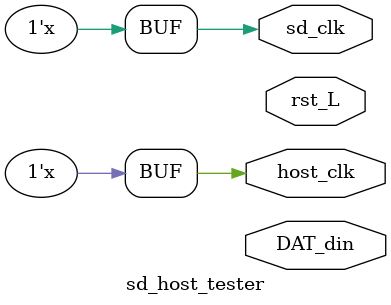
<source format=v>

`include "defines.v"

`timescale 1ns/10ps


module sd_host_tester(
		      output reg       host_clk,
		      output reg       sd_clk,
		      output reg       rst_L,
		      output reg [3:0] DAT_din
		      );

   initial begin
      
   end

   always #(1) host_clk  = !host_clk;
   always #(4) sd_clk = !sd_clk;
   
endmodule

</source>
